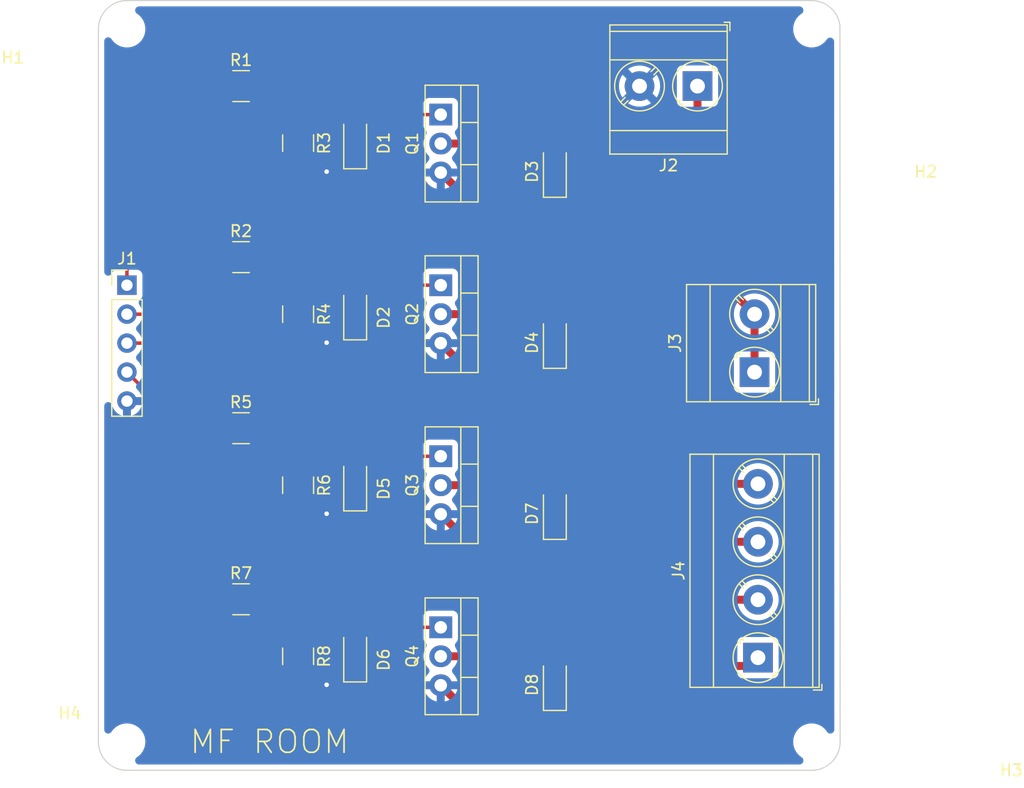
<source format=kicad_pcb>
(kicad_pcb (version 20211014) (generator pcbnew)
  (layers (0 "F.Cu" signal) (31 "B.Cu" power) (34 "B.Paste" user) (35 "F.Paste" user) (36 "B.SilkS" user "B.Silkscreen") (37 "F.SilkS" user "F.Silkscreen") (38 "B.Mask" user) (39 "F.Mask" user) (44 "Edge.Cuts" user))
  (net 0 "")
  (net 1 "GND")
  (net 2 "Net-(D1-Pad2)")
  (net 3 "Net-(D2-Pad2)")
  (net 4 "/O0")
  (net 5 "/O1")
  (net 6 "Net-(D5-Pad2)")
  (net 7 "Net-(D6-Pad2)")
  (net 8 "/O2")
  (net 9 "/O3")
  (net 10 "/I0")
  (net 11 "/I1")
  (net 12 "/I2")
  (net 13 "/I3")
  (net 14 "+12V")
  (footprint "TerminalBlock_Phoenix:TerminalBlock_Phoenix_MKDS-3-2-5.08_1x02_P5.08mm_Horizontal" (layer "F.Cu") (at 145 55 180)
    (fp_text reference "J2" (at 2.54 -6.96) (layer "F.SilkS"))
    (fp_text value "Screw_Terminal_01x02")
    (fp_line (start 4.073 1.274) (end 3.693 1.654) (layer "F.SilkS") (width 0.12))
    (fp_line (start 6.734 -1.388) (end 6.339 -0.992) (layer "F.SilkS") (width 0.12))
    (fp_line (start 3.822 0.992) (end 3.427 1.388) (layer "F.SilkS") (width 0.12))
    (fp_line (start -2.6 5.36) (end 7.68 5.36) (layer "F.SilkS") (width 0.12))
    (fp_line (start -2.6 -5.96) (end 7.68 -5.96) (layer "F.SilkS") (width 0.12))
    (fp_line (start -2.84 4.86) (end -2.84 5.6) (layer "F.SilkS") (width 0.12))
    (fp_line (start -2.6 -5.96) (end -2.6 5.36) (layer "F.SilkS") (width 0.12))
    (fp_line (start -2.6 -3.9) (end 7.68 -3.9) (layer "F.SilkS") (width 0.12))
    (fp_line (start -2.6 4.8) (end 7.68 4.8) (layer "F.SilkS") (width 0.12))
    (fp_line (start 6.468 -1.654) (end 6.088 -1.274) (layer "F.SilkS") (width 0.12))
    (fp_line (start -1.548 1.281) (end -1.654 1.388) (layer "F.SilkS") (width 0.12))
    (fp_line (start 1.654 -1.388) (end 1.547 -1.281) (layer "F.SilkS") (width 0.12))
    (fp_line (start -2.84 5.6) (end -2.34 5.6) (layer "F.SilkS") (width 0.12))
    (fp_line (start -2.6 2.3) (end 7.68 2.3) (layer "F.SilkS") (width 0.12))
    (fp_line (start -1.282 1.547) (end -1.388 1.654) (layer "F.SilkS") (width 0.12))
    (fp_line (start 7.68 -5.96) (end 7.68 5.36) (layer "F.SilkS") (width 0.12))
    (fp_line (start 1.388 -1.654) (end 1.281 -1.547) (layer "F.SilkS") (width 0.12))
    (fp_circle (center 0 0) (end 2.18 0) (layer "F.SilkS") (width 0.12) (fill none))
    (fp_circle (center 5.08 0) (end 7.26 0) (layer "F.SilkS") (width 0.12) (fill none))
    (pad "1" thru_hole rect (at 0 0 180) (size 2.6 2.6) (drill 1.3) (layers *.Cu *.Mask) (net 14 "+12V"))
    (pad "2" thru_hole circle (at 5.08 0 180) (size 2.6 2.6) (drill 1.3) (layers *.Cu *.Mask) (net 1 "GND"))
  )
  (footprint "Package_TO_SOT_THT:TO-220-3_Vertical" (layer "F.Cu") (at 122.5 87.46 -90)
    (fp_text reference "Q3" (at 2.54 2.5 90) (layer "F.SilkS"))
    (fp_text value "IRLB8748PBF")
    (fp_line (start -2.58 -3.27) (end 7.66 -3.27) (layer "F.SilkS") (width 0.12))
    (fp_line (start -2.58 1.371) (end 7.66 1.371) (layer "F.SilkS") (width 0.12))
    (fp_line (start -2.58 -1.76) (end 7.66 -1.76) (layer "F.SilkS") (width 0.12))
    (fp_line (start 4.391 -3.27) (end 4.391 -1.76) (layer "F.SilkS") (width 0.12))
    (fp_line (start -2.58 -3.27) (end -2.58 1.371) (layer "F.SilkS") (width 0.12))
    (fp_line (start 0.69 -3.27) (end 0.69 -1.76) (layer "F.SilkS") (width 0.12))
    (fp_line (start 7.66 -3.27) (end 7.66 1.371) (layer "F.SilkS") (width 0.12))
    (pad "1" thru_hole rect (at 0 0 270) (size 1.905 2) (drill 1.1) (layers *.Cu *.Mask) (net 6 "Net-(D5-Pad2)"))
    (pad "2" thru_hole oval (at 2.54 0 270) (size 1.905 2) (drill 1.1) (layers *.Cu *.Mask) (net 8 "/O2"))
    (pad "3" thru_hole oval (at 5.08 0 270) (size 1.905 2) (drill 1.1) (layers *.Cu *.Mask) (net 1 "GND"))
  )
  (footprint "Resistor_SMD:R_1210_3225Metric" (layer "F.Cu") (at 110 75 -90)
    (fp_text reference "R4" (at 0 -2.28 90) (layer "F.SilkS"))
    (fp_text value "10K")
    (fp_line (start -0.723737 -1.355) (end 0.723737 -1.355) (layer "F.SilkS") (width 0.12))
    (fp_line (start -0.723737 1.355) (end 0.723737 1.355) (layer "F.SilkS") (width 0.12))
    (pad "1" smd roundrect (at -1.4625 0 270) (size 1.125 2.65) (layers "F.Cu" "F.Paste" "F.Mask") (roundrect_rratio 0.2222222222) (net 3 "Net-(D2-Pad2)"))
    (pad "2" smd roundrect (at 1.4625 0 270) (size 1.125 2.65) (layers "F.Cu" "F.Paste" "F.Mask") (roundrect_rratio 0.2222222222) (net 1 "GND"))
  )
  (footprint "TerminalBlock_Phoenix:TerminalBlock_Phoenix_MKDS-3-4-5.08_1x04_P5.08mm_Horizontal" (layer "F.Cu") (at 150.3 105.12 90)
    (fp_text reference "J4" (at 7.62 -6.96 90) (layer "F.SilkS"))
    (fp_text value "Screw_Terminal_01x04")
    (fp_line (start 14.233 1.274) (end 13.853 1.654) (layer "F.SilkS") (width 0.12))
    (fp_line (start 11.548 -1.654) (end 11.168 -1.274) (layer "F.SilkS") (width 0.12))
    (fp_line (start -2.84 5.6) (end -2.34 5.6) (layer "F.SilkS") (width 0.12))
    (fp_line (start -2.84 4.86) (end -2.84 5.6) (layer "F.SilkS") (width 0.12))
    (fp_line (start -2.6 5.36) (end 17.84 5.36) (layer "F.SilkS") (width 0.12))
    (fp_line (start 3.822 0.992) (end 3.427 1.388) (layer "F.SilkS") (width 0.12))
    (fp_line (start -2.6 -3.9) (end 17.84 -3.9) (layer "F.SilkS") (width 0.12))
    (fp_line (start -2.6 -5.96) (end 17.84 -5.96) (layer "F.SilkS") (width 0.12))
    (fp_line (start -2.6 4.8) (end 17.84 4.8) (layer "F.SilkS") (width 0.12))
    (fp_line (start 11.814 -1.388) (end 11.419 -0.992) (layer "F.SilkS") (width 0.12))
    (fp_line (start 16.628 -1.654) (end 16.248 -1.274) (layer "F.SilkS") (width 0.12))
    (fp_line (start 1.654 -1.388) (end 1.547 -1.281) (layer "F.SilkS") (width 0.12))
    (fp_line (start 6.734 -1.388) (end 6.339 -0.992) (layer "F.SilkS") (width 0.12))
    (fp_line (start -2.6 2.3) (end 17.84 2.3) (layer "F.SilkS") (width 0.12))
    (fp_line (start 9.153 1.274) (end 8.773 1.654) (layer "F.SilkS") (width 0.12))
    (fp_line (start -1.548 1.281) (end -1.654 1.388) (layer "F.SilkS") (width 0.12))
    (fp_line (start -1.282 1.547) (end -1.388 1.654) (layer "F.SilkS") (width 0.12))
    (fp_line (start 16.894 -1.388) (end 16.499 -0.992) (layer "F.SilkS") (width 0.12))
    (fp_line (start 13.982 0.992) (end 13.587 1.388) (layer "F.SilkS") (width 0.12))
    (fp_line (start 17.84 -5.96) (end 17.84 5.36) (layer "F.SilkS") (width 0.12))
    (fp_line (start -2.6 -5.96) (end -2.6 5.36) (layer "F.SilkS") (width 0.12))
    (fp_line (start 6.468 -1.654) (end 6.088 -1.274) (layer "F.SilkS") (width 0.12))
    (fp_line (start 8.902 0.992) (end 8.507 1.388) (layer "F.SilkS") (width 0.12))
    (fp_line (start 1.388 -1.654) (end 1.281 -1.547) (layer "F.SilkS") (width 0.12))
    (fp_line (start 4.073 1.274) (end 3.693 1.654) (layer "F.SilkS") (width 0.12))
    (fp_circle (center 5.08 0) (end 7.26 0) (layer "F.SilkS") (width 0.12) (fill none))
    (fp_circle (center 15.24 0) (end 17.42 0) (layer "F.SilkS") (width 0.12) (fill none))
    (fp_circle (center 0 0) (end 2.18 0) (layer "F.SilkS") (width 0.12) (fill none))
    (fp_circle (center 10.16 0) (end 12.34 0) (layer "F.SilkS") (width 0.12) (fill none))
    (pad "1" thru_hole rect (at 0 0 90) (size 2.6 2.6) (drill 1.3) (layers *.Cu *.Mask) (net 9 "/O3"))
    (pad "2" thru_hole circle (at 5.08 0 90) (size 2.6 2.6) (drill 1.3) (layers *.Cu *.Mask) (net 8 "/O2"))
    (pad "3" thru_hole circle (at 10.16 0 90) (size 2.6 2.6) (drill 1.3) (layers *.Cu *.Mask) (net 5 "/O1"))
    (pad "4" thru_hole circle (at 15.24 0 90) (size 2.6 2.6) (drill 1.3) (layers *.Cu *.Mask) (net 4 "/O0"))
  )
  (footprint "Package_TO_SOT_THT:TO-220-3_Vertical" (layer "F.Cu") (at 122.5 57.5 -90)
    (fp_text reference "Q1" (at 2.54 2.5 90) (layer "F.SilkS"))
    (fp_text value "IRLB8748PBF")
    (fp_line (start 0.69 -3.27) (end 0.69 -1.76) (layer "F.SilkS") (width 0.12))
    (fp_line (start -2.58 -1.76) (end 7.66 -1.76) (layer "F.SilkS") (width 0.12))
    (fp_line (start 4.391 -3.27) (end 4.391 -1.76) (layer "F.SilkS") (width 0.12))
    (fp_line (start -2.58 1.371) (end 7.66 1.371) (layer "F.SilkS") (width 0.12))
    (fp_line (start -2.58 -3.27) (end 7.66 -3.27) (layer "F.SilkS") (width 0.12))
    (fp_line (start -2.58 -3.27) (end -2.58 1.371) (layer "F.SilkS") (width 0.12))
    (fp_line (start 7.66 -3.27) (end 7.66 1.371) (layer "F.SilkS") (width 0.12))
    (pad "1" thru_hole rect (at 0 0 270) (size 1.905 2) (drill 1.1) (layers *.Cu *.Mask) (net 2 "Net-(D1-Pad2)"))
    (pad "2" thru_hole oval (at 2.54 0 270) (size 1.905 2) (drill 1.1) (layers *.Cu *.Mask) (net 4 "/O0"))
    (pad "3" thru_hole oval (at 5.08 0 270) (size 1.905 2) (drill 1.1) (layers *.Cu *.Mask) (net 1 "GND"))
  )
  (footprint "MountingHole:MountingHole_2.2mm_M2" (layer "F.Cu") (at 155 112.5)
    (fp_text reference "H3" (at 17.5 2.5) (layer "F.SilkS"))
    (fp_text value "MountingHole")
    (pad "" np_thru_hole circle (at 0 0) (size 2.2 2.2) (drill 2.2) (layers *.Cu *.Mask))
  )
  (footprint "Resistor_SMD:R_1210_3225Metric" (layer "F.Cu") (at 105 85)
    (fp_text reference "R5" (at 0 -2.28) (layer "F.SilkS"))
    (fp_text value "100")
    (fp_line (start -0.723737 -1.355) (end 0.723737 -1.355) (layer "F.SilkS") (width 0.12))
    (fp_line (start -0.723737 1.355) (end 0.723737 1.355) (layer "F.SilkS") (width 0.12))
    (pad "1" smd roundrect (at -1.4625 0) (size 1.125 2.65) (layers "F.Cu" "F.Paste" "F.Mask") (roundrect_rratio 0.2222222222) (net 12 "/I2"))
    (pad "2" smd roundrect (at 1.4625 0) (size 1.125 2.65) (layers "F.Cu" "F.Paste" "F.Mask") (roundrect_rratio 0.2222222222) (net 6 "Net-(D5-Pad2)"))
  )
  (footprint "MountingHole:MountingHole_2.2mm_M2" (layer "F.Cu") (at 95 112.5)
    (fp_text reference "H4" (at -5 -2.5) (layer "F.SilkS"))
    (fp_text value "MountingHole")
    (pad "" np_thru_hole circle (at 0 0) (size 2.2 2.2) (drill 2.2) (layers *.Cu *.Mask))
  )
  (footprint "Package_TO_SOT_THT:TO-220-3_Vertical" (layer "F.Cu") (at 122.5 102.46 -90)
    (fp_text reference "Q4" (at 2.54 2.5 90) (layer "F.SilkS"))
    (fp_text value "IRLB8748PBF")
    (fp_line (start 7.66 -3.27) (end 7.66 1.371) (layer "F.SilkS") (width 0.12))
    (fp_line (start -2.58 -3.27) (end -2.58 1.371) (layer "F.SilkS") (width 0.12))
    (fp_line (start -2.58 1.371) (end 7.66 1.371) (layer "F.SilkS") (width 0.12))
    (fp_line (start -2.58 -1.76) (end 7.66 -1.76) (layer "F.SilkS") (width 0.12))
    (fp_line (start 0.69 -3.27) (end 0.69 -1.76) (layer "F.SilkS") (width 0.12))
    (fp_line (start 4.391 -3.27) (end 4.391 -1.76) (layer "F.SilkS") (width 0.12))
    (fp_line (start -2.58 -3.27) (end 7.66 -3.27) (layer "F.SilkS") (width 0.12))
    (pad "1" thru_hole rect (at 0 0 270) (size 1.905 2) (drill 1.1) (layers *.Cu *.Mask) (net 7 "Net-(D6-Pad2)"))
    (pad "2" thru_hole oval (at 2.54 0 270) (size 1.905 2) (drill 1.1) (layers *.Cu *.Mask) (net 9 "/O3"))
    (pad "3" thru_hole oval (at 5.08 0 270) (size 1.905 2) (drill 1.1) (layers *.Cu *.Mask) (net 1 "GND"))
  )
  (footprint "Diode_SMD:D_SOD-123" (layer "F.Cu") (at 132.5 62.5 90)
    (fp_text reference "D3" (at 0 -2 90) (layer "F.SilkS"))
    (fp_text value "D_TVS")
    (fp_line (start -2.25 -1) (end -2.25 1) (layer "F.SilkS") (width 0.12))
    (fp_line (start -2.25 1) (end 1.65 1) (layer "F.SilkS") (width 0.12))
    (fp_line (start -2.25 -1) (end 1.65 -1) (layer "F.SilkS") (width 0.12))
    (pad "1" smd rect (at -1.65 0 90) (size 0.9 1.2) (layers "F.Cu" "F.Paste" "F.Mask") (net 1 "GND"))
    (pad "2" smd rect (at 1.65 0 90) (size 0.9 1.2) (layers "F.Cu" "F.Paste" "F.Mask") (net 4 "/O0"))
  )
  (footprint "MountingHole:MountingHole_2.2mm_M2" (layer "F.Cu") (at 155 50)
    (fp_text reference "H2" (at 10 12.5) (layer "F.SilkS"))
    (fp_text value "MountingHole")
    (pad "" np_thru_hole circle (at 0 0) (size 2.2 2.2) (drill 2.2) (layers *.Cu *.Mask))
  )
  (footprint "Diode_SMD:D_SOD-123" (layer "F.Cu") (at 132.5 77.5 90)
    (fp_text reference "D4" (at 0 -2 90) (layer "F.SilkS"))
    (fp_text value "D_TVS")
    (fp_line (start -2.25 -1) (end 1.65 -1) (layer "F.SilkS") (width 0.12))
    (fp_line (start -2.25 1) (end 1.65 1) (layer "F.SilkS") (width 0.12))
    (fp_line (start -2.25 -1) (end -2.25 1) (layer "F.SilkS") (width 0.12))
    (pad "1" smd rect (at -1.65 0 90) (size 0.9 1.2) (layers "F.Cu" "F.Paste" "F.Mask") (net 1 "GND"))
    (pad "2" smd rect (at 1.65 0 90) (size 0.9 1.2) (layers "F.Cu" "F.Paste" "F.Mask") (net 5 "/O1"))
  )
  (footprint "Resistor_SMD:R_1210_3225Metric" (layer "F.Cu") (at 105 55)
    (fp_text reference "R1" (at 0 -2.28) (layer "F.SilkS"))
    (fp_text value "100")
    (fp_line (start -0.723737 1.355) (end 0.723737 1.355) (layer "F.SilkS") (width 0.12))
    (fp_line (start -0.723737 -1.355) (end 0.723737 -1.355) (layer "F.SilkS") (width 0.12))
    (pad "1" smd roundrect (at -1.4625 0) (size 1.125 2.65) (layers "F.Cu" "F.Paste" "F.Mask") (roundrect_rratio 0.2222222222) (net 10 "/I0"))
    (pad "2" smd roundrect (at 1.4625 0) (size 1.125 2.65) (layers "F.Cu" "F.Paste" "F.Mask") (roundrect_rratio 0.2222222222) (net 2 "Net-(D1-Pad2)"))
  )
  (footprint "Resistor_SMD:R_1210_3225Metric" (layer "F.Cu") (at 105 70)
    (fp_text reference "R2" (at 0 -2.28) (layer "F.SilkS"))
    (fp_text value "100")
    (fp_line (start -0.723737 1.355) (end 0.723737 1.355) (layer "F.SilkS") (width 0.12))
    (fp_line (start -0.723737 -1.355) (end 0.723737 -1.355) (layer "F.SilkS") (width 0.12))
    (pad "1" smd roundrect (at -1.4625 0) (size 1.125 2.65) (layers "F.Cu" "F.Paste" "F.Mask") (roundrect_rratio 0.2222222222) (net 11 "/I1"))
    (pad "2" smd roundrect (at 1.4625 0) (size 1.125 2.65) (layers "F.Cu" "F.Paste" "F.Mask") (roundrect_rratio 0.2222222222) (net 3 "Net-(D2-Pad2)"))
  )
  (footprint "Diode_SMD:D_SOD-123" (layer "F.Cu") (at 132.5 107.5 90)
    (fp_text reference "D8" (at 0 -2 90) (layer "F.SilkS"))
    (fp_text value "D_TVS")
    (fp_line (start -2.25 -1) (end -2.25 1) (layer "F.SilkS") (width 0.12))
    (fp_line (start -2.25 1) (end 1.65 1) (layer "F.SilkS") (width 0.12))
    (fp_line (start -2.25 -1) (end 1.65 -1) (layer "F.SilkS") (width 0.12))
    (pad "1" smd rect (at -1.65 0 90) (size 0.9 1.2) (layers "F.Cu" "F.Paste" "F.Mask") (net 1 "GND"))
    (pad "2" smd rect (at 1.65 0 90) (size 0.9 1.2) (layers "F.Cu" "F.Paste" "F.Mask") (net 9 "/O3"))
  )
  (footprint "Diode_SMD:D_SOD-123" (layer "F.Cu") (at 115 60 90)
    (fp_text reference "D1" (at 0 2.5 90) (layer "F.SilkS"))
    (fp_text value "D_TVS")
    (fp_line (start -2.25 -1) (end 1.65 -1) (layer "F.SilkS") (width 0.12))
    (fp_line (start -2.25 -1) (end -2.25 1) (layer "F.SilkS") (width 0.12))
    (fp_line (start -2.25 1) (end 1.65 1) (layer "F.SilkS") (width 0.12))
    (pad "1" smd rect (at -1.65 0 90) (size 0.9 1.2) (layers "F.Cu" "F.Paste" "F.Mask") (net 1 "GND"))
    (pad "2" smd rect (at 1.65 0 90) (size 0.9 1.2) (layers "F.Cu" "F.Paste" "F.Mask") (net 2 "Net-(D1-Pad2)"))
  )
  (footprint "Diode_SMD:D_SOD-123" (layer "F.Cu") (at 115 90 90)
    (fp_text reference "D5" (at -0.3 2.5 90) (layer "F.SilkS"))
    (fp_text value "D_TVS")
    (fp_line (start -2.25 -1) (end -2.25 1) (layer "F.SilkS") (width 0.12))
    (fp_line (start -2.25 1) (end 1.65 1) (layer "F.SilkS") (width 0.12))
    (fp_line (start -2.25 -1) (end 1.65 -1) (layer "F.SilkS") (width 0.12))
    (pad "1" smd rect (at -1.65 0 90) (size 0.9 1.2) (layers "F.Cu" "F.Paste" "F.Mask") (net 1 "GND"))
    (pad "2" smd rect (at 1.65 0 90) (size 0.9 1.2) (layers "F.Cu" "F.Paste" "F.Mask") (net 6 "Net-(D5-Pad2)"))
  )
  (footprint "TerminalBlock_Phoenix:TerminalBlock_Phoenix_MKDS-3-2-5.08_1x02_P5.08mm_Horizontal" (layer "F.Cu") (at 150 80.08 90)
    (fp_text reference "J3" (at 2.54 -6.96 90) (layer "F.SilkS"))
    (fp_text value "Screw_Terminal_01x02")
    (fp_line (start -2.84 5.6) (end -2.34 5.6) (layer "F.SilkS") (width 0.12))
    (fp_line (start -2.6 4.8) (end 7.68 4.8) (layer "F.SilkS") (width 0.12))
    (fp_line (start 1.388 -1.654) (end 1.281 -1.547) (layer "F.SilkS") (width 0.12))
    (fp_line (start 6.734 -1.388) (end 6.339 -0.992) (layer "F.SilkS") (width 0.12))
    (fp_line (start -2.84 4.86) (end -2.84 5.6) (layer "F.SilkS") (width 0.12))
    (fp_line (start 1.654 -1.388) (end 1.547 -1.281) (layer "F.SilkS") (width 0.12))
    (fp_line (start -2.6 -5.96) (end 7.68 -5.96) (layer "F.SilkS") (width 0.12))
    (fp_line (start -1.548 1.281) (end -1.654 1.388) (layer "F.SilkS") (width 0.12))
    (fp_line (start 7.68 -5.96) (end 7.68 5.36) (layer "F.SilkS") (width 0.12))
    (fp_line (start -2.6 5.36) (end 7.68 5.36) (layer "F.SilkS") (width 0.12))
    (fp_line (start -1.282 1.547) (end -1.388 1.654) (layer "F.SilkS") (width 0.12))
    (fp_line (start 4.073 1.274) (end 3.693 1.654) (layer "F.SilkS") (width 0.12))
    (fp_line (start 6.468 -1.654) (end 6.088 -1.274) (layer "F.SilkS") (width 0.12))
    (fp_line (start -2.6 -5.96) (end -2.6 5.36) (layer "F.SilkS") (width 0.12))
    (fp_line (start -2.6 2.3) (end 7.68 2.3) (layer "F.SilkS") (width 0.12))
    (fp_line (start -2.6 -3.9) (end 7.68 -3.9) (layer "F.SilkS") (width 0.12))
    (fp_line (start 3.822 0.992) (end 3.427 1.388) (layer "F.SilkS") (width 0.12))
    (fp_circle (center 5.08 0) (end 7.26 0) (layer "F.SilkS") (width 0.12) (fill none))
    (fp_circle (center 0 0) (end 2.18 0) (layer "F.SilkS") (width 0.12) (fill none))
    (pad "1" thru_hole rect (at 0 0 90) (size 2.6 2.6) (drill 1.3) (layers *.Cu *.Mask) (net 14 "+12V"))
    (pad "2" thru_hole circle (at 5.08 0 90) (size 2.6 2.6) (drill 1.3) (layers *.Cu *.Mask) (net 14 "+12V"))
  )
  (footprint "Diode_SMD:D_SOD-123" (layer "F.Cu") (at 132.5 92.5 90)
    (fp_text reference "D7" (at 0 -2 90) (layer "F.SilkS"))
    (fp_text value "D_TVS")
    (fp_line (start -2.25 -1) (end -2.25 1) (layer "F.SilkS") (width 0.12))
    (fp_line (start -2.25 1) (end 1.65 1) (layer "F.SilkS") (width 0.12))
    (fp_line (start -2.25 -1) (end 1.65 -1) (layer "F.SilkS") (width 0.12))
    (pad "1" smd rect (at -1.65 0 90) (size 0.9 1.2) (layers "F.Cu" "F.Paste" "F.Mask") (net 1 "GND"))
    (pad "2" smd rect (at 1.65 0 90) (size 0.9 1.2) (layers "F.Cu" "F.Paste" "F.Mask") (net 8 "/O2"))
  )
  (footprint "Resistor_SMD:R_1210_3225Metric" (layer "F.Cu") (at 110 60 -90)
    (fp_text reference "R3" (at 0 -2.28 90) (layer "F.SilkS"))
    (fp_text value "10K")
    (fp_line (start -0.723737 -1.355) (end 0.723737 -1.355) (layer "F.SilkS") (width 0.12))
    (fp_line (start -0.723737 1.355) (end 0.723737 1.355) (layer "F.SilkS") (width 0.12))
    (pad "1" smd roundrect (at -1.4625 0 270) (size 1.125 2.65) (layers "F.Cu" "F.Paste" "F.Mask") (roundrect_rratio 0.2222222222) (net 2 "Net-(D1-Pad2)"))
    (pad "2" smd roundrect (at 1.4625 0 270) (size 1.125 2.65) (layers "F.Cu" "F.Paste" "F.Mask") (roundrect_rratio 0.2222222222) (net 1 "GND"))
  )
  (footprint "Resistor_SMD:R_1210_3225Metric" (layer "F.Cu") (at 105 100)
    (fp_text reference "R7" (at 0 -2.28) (layer "F.SilkS"))
    (fp_text value "100")
    (fp_line (start -0.723737 1.355) (end 0.723737 1.355) (layer "F.SilkS") (width 0.12))
    (fp_line (start -0.723737 -1.355) (end 0.723737 -1.355) (layer "F.SilkS") (width 0.12))
    (pad "1" smd roundrect (at -1.4625 0) (size 1.125 2.65) (layers "F.Cu" "F.Paste" "F.Mask") (roundrect_rratio 0.2222222222) (net 13 "/I3"))
    (pad "2" smd roundrect (at 1.4625 0) (size 1.125 2.65) (layers "F.Cu" "F.Paste" "F.Mask") (roundrect_rratio 0.2222222222) (net 7 "Net-(D6-Pad2)"))
  )
  (footprint "Package_TO_SOT_THT:TO-220-3_Vertical" (layer "F.Cu") (at 122.5 72.46 -90)
    (fp_text reference "Q2" (at 2.54 2.5 90) (layer "F.SilkS"))
    (fp_text value "IRLB8748PBF")
    (fp_line (start 7.66 -3.27) (end 7.66 1.371) (layer "F.SilkS") (width 0.12))
    (fp_line (start -2.58 1.371) (end 7.66 1.371) (layer "F.SilkS") (width 0.12))
    (fp_line (start -2.58 -3.27) (end 7.66 -3.27) (layer "F.SilkS") (width 0.12))
    (fp_line (start -2.58 -1.76) (end 7.66 -1.76) (layer "F.SilkS") (width 0.12))
    (fp_line (start 0.69 -3.27) (end 0.69 -1.76) (layer "F.SilkS") (width 0.12))
    (fp_line (start -2.58 -3.27) (end -2.58 1.371) (layer "F.SilkS") (width 0.12))
    (fp_line (start 4.391 -3.27) (end 4.391 -1.76) (layer "F.SilkS") (width 0.12))
    (pad "1" thru_hole rect (at 0 0 270) (size 1.905 2) (drill 1.1) (layers *.Cu *.Mask) (net 3 "Net-(D2-Pad2)"))
    (pad "2" thru_hole oval (at 2.54 0 270) (size 1.905 2) (drill 1.1) (layers *.Cu *.Mask) (net 5 "/O1"))
    (pad "3" thru_hole oval (at 5.08 0 270) (size 1.905 2) (drill 1.1) (layers *.Cu *.Mask) (net 1 "GND"))
  )
  (footprint "Diode_SMD:D_SOD-123" (layer "F.Cu") (at 115 75 90)
    (fp_text reference "D2" (at -0.3 2.5 90) (layer "F.SilkS"))
    (fp_text value "D_TVS")
    (fp_line (start -2.25 -1) (end -2.25 1) (layer "F.SilkS") (width 0.12))
    (fp_line (start -2.25 1) (end 1.65 1) (layer "F.SilkS") (width 0.12))
    (fp_line (start -2.25 -1) (end 1.65 -1) (layer "F.SilkS") (width 0.12))
    (pad "1" smd rect (at -1.65 0 90) (size 0.9 1.2) (layers "F.Cu" "F.Paste" "F.Mask") (net 1 "GND"))
    (pad "2" smd rect (at 1.65 0 90) (size 0.9 1.2) (layers "F.Cu" "F.Paste" "F.Mask") (net 3 "Net-(D2-Pad2)"))
  )
  (footprint "Resistor_SMD:R_1210_3225Metric" (layer "F.Cu") (at 110 105 -90)
    (fp_text reference "R8" (at 0 -2.28 90) (layer "F.SilkS"))
    (fp_text value "10K")
    (fp_line (start -0.723737 -1.355) (end 0.723737 -1.355) (layer "F.SilkS") (width 0.12))
    (fp_line (start -0.723737 1.355) (end 0.723737 1.355) (layer "F.SilkS") (width 0.12))
    (pad "1" smd roundrect (at -1.4625 0 270) (size 1.125 2.65) (layers "F.Cu" "F.Paste" "F.Mask") (roundrect_rratio 0.2222222222) (net 7 "Net-(D6-Pad2)"))
    (pad "2" smd roundrect (at 1.4625 0 270) (size 1.125 2.65) (layers "F.Cu" "F.Paste" "F.Mask") (roundrect_rratio 0.2222222222) (net 1 "GND"))
  )
  (footprint "Connector_PinHeader_2.54mm:PinHeader_1x05_P2.54mm_Vertical" (layer "F.Cu") (at 95 72.46)
    (fp_text reference "J1" (at 0 -2.33) (layer "F.SilkS"))
    (fp_text value "Conn_01x05_Male")
    (fp_line (start -1.33 11.49) (end 1.33 11.49) (layer "F.SilkS") (width 0.12))
    (fp_line (start -1.33 1.27) (end -1.33 11.49) (layer "F.SilkS") (width 0.12))
    (fp_line (start -1.33 -1.33) (end 0 -1.33) (layer "F.SilkS") (width 0.12))
    (fp_line (start -1.33 1.27) (end 1.33 1.27) (layer "F.SilkS") (width 0.12))
    (fp_line (start -1.33 0) (end -1.33 -1.33) (layer "F.SilkS") (width 0.12))
    (fp_line (start 1.33 1.27) (end 1.33 11.49) (layer "F.SilkS") (width 0.12))
    (pad "1" thru_hole rect (at 0 0) (size 1.7 1.7) (drill 1) (layers *.Cu *.Mask) (net 10 "/I0"))
    (pad "2" thru_hole oval (at 0 2.54) (size 1.7 1.7) (drill 1) (layers *.Cu *.Mask) (net 11 "/I1"))
    (pad "3" thru_hole oval (at 0 5.08) (size 1.7 1.7) (drill 1) (layers *.Cu *.Mask) (net 12 "/I2"))
    (pad "4" thru_hole oval (at 0 7.62) (size 1.7 1.7) (drill 1) (layers *.Cu *.Mask) (net 13 "/I3"))
    (pad "5" thru_hole oval (at 0 10.16) (size 1.7 1.7) (drill 1) (layers *.Cu *.Mask) (net 1 "GND"))
  )
  (footprint "Resistor_SMD:R_1210_3225Metric" (layer "F.Cu") (at 110 90 -90)
    (fp_text reference "R6" (at 0 -2.28 90) (layer "F.SilkS"))
    (fp_text value "10K")
    (fp_line (start -0.723737 1.355) (end 0.723737 1.355) (layer "F.SilkS") (width 0.12))
    (fp_line (start -0.723737 -1.355) (end 0.723737 -1.355) (layer "F.SilkS") (width 0.12))
    (pad "1" smd roundrect (at -1.4625 0 270) (size 1.125 2.65) (layers "F.Cu" "F.Paste" "F.Mask") (roundrect_rratio 0.2222222222) (net 6 "Net-(D5-Pad2)"))
    (pad "2" smd roundrect (at 1.4625 0 270) (size 1.125 2.65) (layers "F.Cu" "F.Paste" "F.Mask") (roundrect_rratio 0.2222222222) (net 1 "GND"))
  )
  (footprint "Diode_SMD:D_SOD-123" (layer "F.Cu") (at 115 105 90)
    (fp_text reference "D6" (at -0.3 2.5 90) (layer "F.SilkS"))
    (fp_text value "D_TVS")
    (fp_line (start -2.25 -1) (end 1.65 -1) (layer "F.SilkS") (width 0.12))
    (fp_line (start -2.25 -1) (end -2.25 1) (layer "F.SilkS") (width 0.12))
    (fp_line (start -2.25 1) (end 1.65 1) (layer "F.SilkS") (width 0.12))
    (pad "1" smd rect (at -1.65 0 90) (size 0.9 1.2) (layers "F.Cu" "F.Paste" "F.Mask") (net 1 "GND"))
    (pad "2" smd rect (at 1.65 0 90) (size 0.9 1.2) (layers "F.Cu" "F.Paste" "F.Mask") (net 7 "Net-(D6-Pad2)"))
  )
  (footprint "MountingHole:MountingHole_2.2mm_M2" (layer "F.Cu") (at 95 50)
    (fp_text reference "H1" (at -10 2.5) (layer "F.SilkS"))
    (fp_text value "MountingHole")
    (pad "" np_thru_hole circle (at 0 0) (size 2.2 2.2) (drill 2.2) (layers *.Cu *.Mask))
  )
  (gr_line (start 92.5 50) (end 92.5 112.5) (layer "Edge.Cuts") (width 0.1))
  (gr_arc (start 157.5 112.5) (mid 156.767767 114.267767) (end 155 115) (layer "Edge.Cuts") (width 0.1))
  (gr_arc (start 155 47.5) (mid 156.660929 48.131494) (end 157.482765 49.706949) (layer "Edge.Cuts") (width 0.1))
  (gr_line (start 155 47.5) (end 95 47.5) (layer "Edge.Cuts") (width 0.1))
  (gr_arc (start 95 115) (mid 93.232233 114.267767) (end 92.5 112.5) (layer "Edge.Cuts") (width 0.1))
  (gr_line (start 95 115) (end 155 115) (layer "Edge.Cuts") (width 0.1))
  (gr_line (start 157.5 112.5) (end 157.482765 49.706949) (layer "Edge.Cuts") (width 0.1))
  (gr_arc (start 92.5 50) (mid 93.232233 48.232233) (end 95 47.5) (layer "Edge.Cuts") (width 0.1))
  (gr_text "MF ROOM" (at 107.5 112.5) (layer "F.SilkS") (effects (font (size 2 2))))
  (segment (start 112.35 91.65) (end 113.35 91.65) (width 0.3) (layer "F.Cu") (net 1))
  (segment (start 112.5 62.5) (end 112.35 62.35) (width 0.3) (layer "F.Cu") (net 1))
  (segment (start 132.5 109.15) (end 124.11 109.15) (width 0.7) (layer "F.Cu") (net 1))
  (segment (start 124.07 64.15) (end 122.5 62.58) (width 0.7) (layer "F.Cu") (net 1))
  (segment (start 112.35 106.65) (end 113.35 106.65) (width 0.3) (layer "F.Cu") (net 1))
  (segment (start 112.5 77.5) (end 112.35 77.35) (width 0.3) (layer "F.Cu") (net 1))
  (segment (start 132.5 94.15) (end 124.11 94.15) (width 0.7) (layer "F.Cu") (net 1))
  (segment (start 112.35 107.35) (end 112.35 106.65) (width 0.3) (layer "F.Cu") (net 1))
  (segment (start 110 106.4625) (end 110.1875 106.65) (width 0.3) (layer "F.Cu") (net 1))
  (segment (start 113.35 61.65) (end 115 61.65) (width 0.3) (layer "F.Cu") (net 1))
  (segment (start 110.1875 91.65) (end 112.35 91.65) (width 0.3) (layer "F.Cu") (net 1))
  (segment (start 110 91.4625) (end 110.1875 91.65) (width 0.3) (layer "F.Cu") (net 1))
  (segment (start 112.35 92.35) (end 112.35 91.65) (width 0.3) (layer "F.Cu") (net 1))
  (segment (start 110.1875 76.65) (end 112.35 76.65) (width 0.3) (layer "F.Cu") (net 1))
  (segment (start 132.5 64.15) (end 124.07 64.15) (width 0.7) (layer "F.Cu") (net 1))
  (segment (start 113.35 91.65) (end 115 91.65) (width 0.3) (layer "F.Cu") (net 1))
  (segment (start 112.35 77.35) (end 112.35 76.65) (width 0.3) (layer "F.Cu") (net 1))
  (segment (start 112.35 61.65) (end 113.35 61.65) (width 0.3) (layer "F.Cu") (net 1))
  (segment (start 113.35 106.65) (end 115 106.65) (width 0.3) (layer "F.Cu") (net 1))
  (segment (start 124.11 79.15) (end 122.5 77.54) (width 0.7) (layer "F.Cu") (net 1))
  (segment (start 124.11 109.15) (end 122.5 107.54) (width 0.7) (layer "F.Cu") (net 1))
  (segment (start 110.1875 106.65) (end 112.35 106.65) (width 0.3) (layer "F.Cu") (net 1))
  (segment (start 110 76.4625) (end 110.1875 76.65) (width 0.3) (layer "F.Cu") (net 1))
  (segment (start 132.5 79.15) (end 124.11 79.15) (width 0.7) (layer "F.Cu") (net 1))
  (segment (start 112.35 76.65) (end 113.35 76.65) (width 0.3) (layer "F.Cu") (net 1))
  (segment (start 112.35 62.35) (end 112.35 61.65) (width 0.3) (layer "F.Cu") (net 1))
  (segment (start 113.35 76.65) (end 115 76.65) (width 0.3) (layer "F.Cu") (net 1))
  (segment (start 112.5 107.5) (end 112.35 107.35) (width 0.3) (layer "F.Cu") (net 1))
  (segment (start 124.11 94.15) (end 122.5 92.54) (width 0.7) (layer "F.Cu") (net 1))
  (segment (start 110.1875 61.65) (end 112.35 61.65) (width 0.3) (layer "F.Cu") (net 1))
  (segment (start 112.5 92.5) (end 112.35 92.35) (width 0.3) (layer "F.Cu") (net 1))
  (segment (start 110 61.4625) (end 110.1875 61.65) (width 0.3) (layer "F.Cu") (net 1))
  (via (at 112.5 92.5) (size 0.8) (drill 0.4) (layers "F.Cu" "B.Cu") (net 1))
  (via (at 112.5 77.5) (size 0.8) (drill 0.4) (layers "F.Cu" "B.Cu") (net 1))
  (via (at 112.5 62.5) (size 0.8) (drill 0.4) (layers "F.Cu" "B.Cu") (net 1))
  (via (at 112.5 107.5) (size 0.8) (drill 0.4) (layers "F.Cu" "B.Cu") (net 1))
  (segment (start 112.5 62.5) (end 112.58 62.58) (width 0.3) (layer "B.Cu") (net 1))
  (segment (start 112.5 92.5) (end 112.54 92.54) (width 0.3) (layer "B.Cu") (net 1))
  (segment (start 112.5 107.5) (end 112.54 107.54) (width 0.3) (layer "B.Cu") (net 1))
  (segment (start 112.5 77.5) (end 112.54 77.54) (width 0.3) (layer "B.Cu") (net 1))
  (segment (start 110.1875 58.35) (end 115 58.35) (width 0.3) (layer "F.Cu") (net 2))
  (segment (start 106.4625 55) (end 110 58.5375) (width 0.3) (layer "F.Cu") (net 2))
  (segment (start 115 57.5) (end 122.5 57.5) (width 0.3) (layer "F.Cu") (net 2))
  (segment (start 115 58.35) (end 115 57.5) (width 0.3) (layer "F.Cu") (net 2))
  (segment (start 110 58.5375) (end 110.1875 58.35) (width 0.3) (layer "F.Cu") (net 2))
  (segment (start 110 73.5375) (end 110.1875 73.35) (width 0.3) (layer "F.Cu") (net 3))
  (segment (start 110.1875 73.35) (end 115 73.35) (width 0.3) (layer "F.Cu") (net 3))
  (segment (start 115 73.35) (end 115 72.5) (width 0.3) (layer "F.Cu") (net 3))
  (segment (start 106.4625 70) (end 110 73.5375) (width 0.3) (layer "F.Cu") (net 3))
  (segment (start 115 72.5) (end 115.04 72.46) (width 0.3) (layer "F.Cu") (net 3))
  (segment (start 115.04 72.46) (end 122.5 72.46) (width 0.3) (layer "F.Cu") (net 3))
  (segment (start 132.46 60.81) (end 132.46 60.04) (width 0.7) (layer "F.Cu") (net 4))
  (segment (start 147.38 89.88) (end 150.3 89.88) (width 0.7) (layer "F.Cu") (net 4))
  (segment (start 132.46 60.04) (end 137.46 60.04) (width 0.7) (layer "F.Cu") (net 4))
  (segment (start 132.5 60.85) (end 132.46 60.81) (width 0.7) (layer "F.Cu") (net 4))
  (segment (start 122.5 60.04) (end 131.69 60.04) (width 0.7) (layer "F.Cu") (net 4))
  (segment (start 137.5 60) (end 140 62.5) (width 0.7) (layer "F.Cu") (net 4))
  (segment (start 140 62.5) (end 140 82.5) (width 0.7) (layer "F.Cu") (net 4))
  (segment (start 137.46 60.04) (end 137.5 60) (width 0.7) (layer "F.Cu") (net 4))
  (segment (start 140 82.5) (end 147.38 89.88) (width 0.7) (layer "F.Cu") (net 4))
  (segment (start 131.69 60.04) (end 132.46 60.04) (width 0.7) (layer "F.Cu") (net 4))
  (segment (start 135 85) (end 144.96 94.96) (width 0.7) (layer "F.Cu") (net 5))
  (segment (start 132.5 75.85) (end 132.5 75) (width 0.7) (layer "F.Cu") (net 5))
  (segment (start 135 75) (end 135 85) (width 0.7) (layer "F.Cu") (net 5))
  (segment (start 132.5 75) (end 135 75) (width 0.7) (layer "F.Cu") (net 5))
  (segment (start 122.5 75) (end 132.5 75) (width 0.7) (layer "F.Cu") (net 5))
  (segment (start 144.96 94.96) (end 150.3 94.96) (width 0.7) (layer "F.Cu") (net 5))
  (segment (start 106.4625 85) (end 110 88.5375) (width 0.3) (layer "F.Cu") (net 6))
  (segment (start 110 88.5375) (end 110.1875 88.35) (width 0.3) (layer "F.Cu") (net 6))
  (segment (start 115.04 87.46) (end 122.5 87.46) (width 0.3) (layer "F.Cu") (net 6))
  (segment (start 115 87.5) (end 115.04 87.46) (width 0.3) (layer "F.Cu") (net 6))
  (segment (start 115 88.35) (end 115 87.5) (width 0.3) (layer "F.Cu") (net 6))
  (segment (start 110.1875 88.35) (end 115 88.35) (width 0.3) (layer "F.Cu") (net 6))
  (segment (start 110 103.5375) (end 110.1875 103.35) (width 0.3) (layer "F.Cu") (net 7))
  (segment (start 115.04 102.46) (end 122.5 102.46) (width 0.3) (layer "F.Cu") (net 7))
  (segment (start 106.4625 100) (end 110 103.5375) (width 0.3) (layer "F.Cu") (net 7))
  (segment (start 115 103.35) (end 115 102.5) (width 0.3) (layer "F.Cu") (net 7))
  (segment (start 110.1875 103.35) (end 115 103.35) (width 0.3) (layer "F.Cu") (net 7))
  (segment (start 115 102.5) (end 115.04 102.46) (width 0.3) (layer "F.Cu") (net 7))
  (segment (start 122.5 90) (end 131.65 90) (width 0.7) (layer "F.Cu") (net 8))
  (segment (start 135 90) (end 137.5 92.5) (width 0.7) (layer "F.Cu") (net 8))
  (segment (start 137.5 92.5) (end 137.5 100) (width 0.7) (layer "F.Cu") (net 8))
  (segment (start 131.65 90) (end 132.5 90) (width 0.7) (layer "F.Cu") (net 8))
  (segment (start 137.5 100) (end 137.54 100.04) (width 0.7) (layer "F.Cu") (net 8))
  (segment (start 137.54 100.04) (end 150.3 100.04) (width 0.7) (layer "F.Cu") (net 8))
  (segment (start 132.5 90.85) (end 132.5 90) (width 0.7) (layer "F.Cu") (net 8))
  (segment (start 132.5 90) (end 135 90) (width 0.7) (layer "F.Cu") (net 8))
  (segment (start 122.5 105) (end 131.65 105) (width 0.7) (layer "F.Cu") (net 9))
  (segment (start 132.5 105.85) (end 149.57 105.85) (width 0.7) (layer "F.Cu") (net 9))
  (segment (start 131.65 105) (end 132.5 105.85) (width 0.7) (layer "F.Cu") (net 9))
  (segment (start 149.57 105.85) (end 150.3 105.12) (width 0.7) (layer "F.Cu") (net 9))
  (segment (start 95 72.46) (end 95 62.5) (width 0.3) (layer "F.Cu") (net 10))
  (segment (start 95 62.5) (end 102.5 55) (width 0.3) (layer "F.Cu") (net 10))
  (segment (start 102.5 55) (end 103.5375 55) (width 0.3) (layer "F.Cu") (net 10))
  (segment (start 95 75) (end 100 75) (width 0.3) (layer "F.Cu") (net 11))
  (segment (start 103.5375 71.4625) (end 103.5375 70) (width 0.3) (layer "F.Cu") (net 11))
  (segment (start 100 75) (end 103.5375 71.4625) (width 0.3) (layer "F.Cu") (net 11))
  (segment (start 99.96 77.54) (end 100 77.5) (width 0.3) (layer "F.Cu") (net 12))
  (segment (start 100 77.5) (end 103.5375 81.0375) (width 0.3) (layer "F.Cu") (net 12))
  (segment (start 103.5375 81.0375) (end 103.5375 85) (width 0.3) (layer "F.Cu") (net 12))
  (segment (start 95 77.54) (end 99.96 77.54) (width 0.3) (layer "F.Cu") (net 12))
  (segment (start 97.5 82.58) (end 97.5 100) (width 0.3) (layer "F.Cu") (net 13))
  (segment (start 97.5 100) (end 103.5375 100) (width 0.3) (layer "F.Cu") (net 13))
  (segment (start 95 80.08) (end 97.5 82.58) (width 0.3) (layer "F.Cu") (net 13))
  (segment (start 150 75) (end 150 80.08) (width 0.7) (layer "F.Cu") (net 14))
  (segment (start 145 55) (end 145 70) (width 0.7) (layer "F.Cu") (net 14))
  (segment (start 145 70) (end 150 75) (width 0.7) (layer "F.Cu") (net 14))
  (zone (net 1) (net_name "GND") (layer "B.Cu") (connect_pads (clearance 0.508)) (min_thickness 0.7) (fill yes (thermal_gap 0.5) (thermal_bridge_width 0.7))
    (polygon (pts (xy 157.5 115) (xy 92.5 115) (xy 92.5 47.5) (xy 157.5 47.5)))
  )
)
</source>
